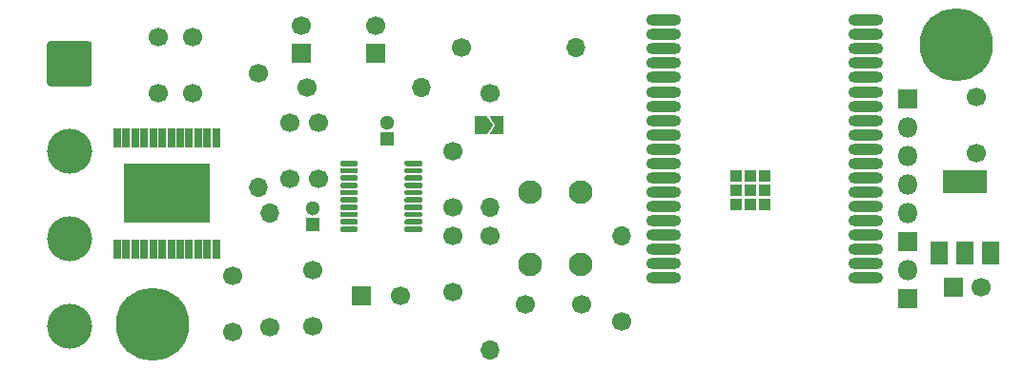
<source format=gbr>
%TF.GenerationSoftware,KiCad,Pcbnew,5.1.6-c6e7f7d~87~ubuntu20.04.1*%
%TF.CreationDate,2021-01-23T09:42:22-03:00*%
%TF.ProjectId,Modulo-completo,4d6f6475-6c6f-42d6-936f-6d706c65746f,rev?*%
%TF.SameCoordinates,Original*%
%TF.FileFunction,Soldermask,Bot*%
%TF.FilePolarity,Negative*%
%FSLAX46Y46*%
G04 Gerber Fmt 4.6, Leading zero omitted, Abs format (unit mm)*
G04 Created by KiCad (PCBNEW 5.1.6-c6e7f7d~87~ubuntu20.04.1) date 2021-01-23 09:42:22*
%MOMM*%
%LPD*%
G01*
G04 APERTURE LIST*
%ADD10R,0.700000X1.800000*%
%ADD11R,7.600000X5.300000*%
%ADD12O,1.800000X1.800000*%
%ADD13R,1.800000X1.800000*%
%ADD14C,6.500000*%
%ADD15C,1.700000*%
%ADD16R,1.700000X1.700000*%
%ADD17C,4.000000*%
%ADD18R,1.600000X2.100000*%
%ADD19R,3.900000X2.100000*%
%ADD20O,1.700000X1.700000*%
%ADD21C,0.100000*%
%ADD22C,1.300000*%
%ADD23R,1.300000X1.300000*%
%ADD24O,3.100000X1.000000*%
%ADD25R,1.100000X1.100000*%
%ADD26C,2.100000*%
G04 APERTURE END LIST*
D10*
%TO.C,U1*%
X30398000Y-140314500D03*
X31198000Y-140314500D03*
X31998000Y-140314500D03*
X32798000Y-140314500D03*
X33598000Y-140314500D03*
X34398000Y-140314500D03*
X35198000Y-140314500D03*
X35998000Y-140314500D03*
X36798000Y-140314500D03*
X37598000Y-140314500D03*
X38398000Y-140314500D03*
X39198000Y-140314500D03*
X39198000Y-130449500D03*
X38398000Y-130449500D03*
X37598000Y-130449500D03*
X36798000Y-130449500D03*
X35998000Y-130449500D03*
X35198000Y-130449500D03*
X34398000Y-130449500D03*
X33598000Y-130449500D03*
X32798000Y-130449500D03*
X31998000Y-130449500D03*
X31198000Y-130449500D03*
D11*
X34798000Y-135382000D03*
D10*
X30398000Y-130449500D03*
%TD*%
D12*
%TO.C,J1*%
X100584000Y-142240000D03*
D13*
X100584000Y-144780000D03*
%TD*%
D14*
%TO.C,REF\u002A\u002A*%
X104902000Y-122174000D03*
%TD*%
%TO.C,REF\u002A\u002A*%
X33528000Y-147066000D03*
%TD*%
D15*
%TO.C,C8*%
X55570000Y-144526000D03*
D16*
X52070000Y-144526000D03*
%TD*%
D15*
%TO.C,C2*%
X34036000Y-121492000D03*
X34036000Y-126492000D03*
%TD*%
%TO.C,C1*%
X107148000Y-143764000D03*
D16*
X104648000Y-143764000D03*
%TD*%
D12*
%TO.C,J3*%
X100584000Y-132080000D03*
X100584000Y-134620000D03*
X100584000Y-137160000D03*
D13*
X100584000Y-139700000D03*
%TD*%
D17*
%TO.C,J2*%
X26162000Y-147246000D03*
X26162000Y-139446000D03*
X26162000Y-131646000D03*
G36*
G01*
X24418411Y-121846000D02*
X27905589Y-121846000D01*
G75*
G02*
X28162000Y-122102411I0J-256411D01*
G01*
X28162000Y-125589589D01*
G75*
G02*
X27905589Y-125846000I-256411J0D01*
G01*
X24418411Y-125846000D01*
G75*
G02*
X24162000Y-125589589I0J256411D01*
G01*
X24162000Y-122102411D01*
G75*
G02*
X24418411Y-121846000I256411J0D01*
G01*
G37*
%TD*%
%TO.C,U4*%
G36*
G01*
X55923000Y-138686000D02*
X55923000Y-138436000D01*
G75*
G02*
X56048000Y-138311000I125000J0D01*
G01*
X57373000Y-138311000D01*
G75*
G02*
X57498000Y-138436000I0J-125000D01*
G01*
X57498000Y-138686000D01*
G75*
G02*
X57373000Y-138811000I-125000J0D01*
G01*
X56048000Y-138811000D01*
G75*
G02*
X55923000Y-138686000I0J125000D01*
G01*
G37*
G36*
G01*
X55923000Y-138036000D02*
X55923000Y-137786000D01*
G75*
G02*
X56048000Y-137661000I125000J0D01*
G01*
X57373000Y-137661000D01*
G75*
G02*
X57498000Y-137786000I0J-125000D01*
G01*
X57498000Y-138036000D01*
G75*
G02*
X57373000Y-138161000I-125000J0D01*
G01*
X56048000Y-138161000D01*
G75*
G02*
X55923000Y-138036000I0J125000D01*
G01*
G37*
G36*
G01*
X55923000Y-137386000D02*
X55923000Y-137136000D01*
G75*
G02*
X56048000Y-137011000I125000J0D01*
G01*
X57373000Y-137011000D01*
G75*
G02*
X57498000Y-137136000I0J-125000D01*
G01*
X57498000Y-137386000D01*
G75*
G02*
X57373000Y-137511000I-125000J0D01*
G01*
X56048000Y-137511000D01*
G75*
G02*
X55923000Y-137386000I0J125000D01*
G01*
G37*
G36*
G01*
X55923000Y-136736000D02*
X55923000Y-136486000D01*
G75*
G02*
X56048000Y-136361000I125000J0D01*
G01*
X57373000Y-136361000D01*
G75*
G02*
X57498000Y-136486000I0J-125000D01*
G01*
X57498000Y-136736000D01*
G75*
G02*
X57373000Y-136861000I-125000J0D01*
G01*
X56048000Y-136861000D01*
G75*
G02*
X55923000Y-136736000I0J125000D01*
G01*
G37*
G36*
G01*
X55923000Y-136086000D02*
X55923000Y-135836000D01*
G75*
G02*
X56048000Y-135711000I125000J0D01*
G01*
X57373000Y-135711000D01*
G75*
G02*
X57498000Y-135836000I0J-125000D01*
G01*
X57498000Y-136086000D01*
G75*
G02*
X57373000Y-136211000I-125000J0D01*
G01*
X56048000Y-136211000D01*
G75*
G02*
X55923000Y-136086000I0J125000D01*
G01*
G37*
G36*
G01*
X55923000Y-135436000D02*
X55923000Y-135186000D01*
G75*
G02*
X56048000Y-135061000I125000J0D01*
G01*
X57373000Y-135061000D01*
G75*
G02*
X57498000Y-135186000I0J-125000D01*
G01*
X57498000Y-135436000D01*
G75*
G02*
X57373000Y-135561000I-125000J0D01*
G01*
X56048000Y-135561000D01*
G75*
G02*
X55923000Y-135436000I0J125000D01*
G01*
G37*
G36*
G01*
X55923000Y-134786000D02*
X55923000Y-134536000D01*
G75*
G02*
X56048000Y-134411000I125000J0D01*
G01*
X57373000Y-134411000D01*
G75*
G02*
X57498000Y-134536000I0J-125000D01*
G01*
X57498000Y-134786000D01*
G75*
G02*
X57373000Y-134911000I-125000J0D01*
G01*
X56048000Y-134911000D01*
G75*
G02*
X55923000Y-134786000I0J125000D01*
G01*
G37*
G36*
G01*
X55923000Y-134136000D02*
X55923000Y-133886000D01*
G75*
G02*
X56048000Y-133761000I125000J0D01*
G01*
X57373000Y-133761000D01*
G75*
G02*
X57498000Y-133886000I0J-125000D01*
G01*
X57498000Y-134136000D01*
G75*
G02*
X57373000Y-134261000I-125000J0D01*
G01*
X56048000Y-134261000D01*
G75*
G02*
X55923000Y-134136000I0J125000D01*
G01*
G37*
G36*
G01*
X55923000Y-133486000D02*
X55923000Y-133236000D01*
G75*
G02*
X56048000Y-133111000I125000J0D01*
G01*
X57373000Y-133111000D01*
G75*
G02*
X57498000Y-133236000I0J-125000D01*
G01*
X57498000Y-133486000D01*
G75*
G02*
X57373000Y-133611000I-125000J0D01*
G01*
X56048000Y-133611000D01*
G75*
G02*
X55923000Y-133486000I0J125000D01*
G01*
G37*
G36*
G01*
X55923000Y-132836000D02*
X55923000Y-132586000D01*
G75*
G02*
X56048000Y-132461000I125000J0D01*
G01*
X57373000Y-132461000D01*
G75*
G02*
X57498000Y-132586000I0J-125000D01*
G01*
X57498000Y-132836000D01*
G75*
G02*
X57373000Y-132961000I-125000J0D01*
G01*
X56048000Y-132961000D01*
G75*
G02*
X55923000Y-132836000I0J125000D01*
G01*
G37*
G36*
G01*
X50198000Y-132836000D02*
X50198000Y-132586000D01*
G75*
G02*
X50323000Y-132461000I125000J0D01*
G01*
X51648000Y-132461000D01*
G75*
G02*
X51773000Y-132586000I0J-125000D01*
G01*
X51773000Y-132836000D01*
G75*
G02*
X51648000Y-132961000I-125000J0D01*
G01*
X50323000Y-132961000D01*
G75*
G02*
X50198000Y-132836000I0J125000D01*
G01*
G37*
G36*
G01*
X50198000Y-133486000D02*
X50198000Y-133236000D01*
G75*
G02*
X50323000Y-133111000I125000J0D01*
G01*
X51648000Y-133111000D01*
G75*
G02*
X51773000Y-133236000I0J-125000D01*
G01*
X51773000Y-133486000D01*
G75*
G02*
X51648000Y-133611000I-125000J0D01*
G01*
X50323000Y-133611000D01*
G75*
G02*
X50198000Y-133486000I0J125000D01*
G01*
G37*
G36*
G01*
X50198000Y-134136000D02*
X50198000Y-133886000D01*
G75*
G02*
X50323000Y-133761000I125000J0D01*
G01*
X51648000Y-133761000D01*
G75*
G02*
X51773000Y-133886000I0J-125000D01*
G01*
X51773000Y-134136000D01*
G75*
G02*
X51648000Y-134261000I-125000J0D01*
G01*
X50323000Y-134261000D01*
G75*
G02*
X50198000Y-134136000I0J125000D01*
G01*
G37*
G36*
G01*
X50198000Y-134786000D02*
X50198000Y-134536000D01*
G75*
G02*
X50323000Y-134411000I125000J0D01*
G01*
X51648000Y-134411000D01*
G75*
G02*
X51773000Y-134536000I0J-125000D01*
G01*
X51773000Y-134786000D01*
G75*
G02*
X51648000Y-134911000I-125000J0D01*
G01*
X50323000Y-134911000D01*
G75*
G02*
X50198000Y-134786000I0J125000D01*
G01*
G37*
G36*
G01*
X50198000Y-135436000D02*
X50198000Y-135186000D01*
G75*
G02*
X50323000Y-135061000I125000J0D01*
G01*
X51648000Y-135061000D01*
G75*
G02*
X51773000Y-135186000I0J-125000D01*
G01*
X51773000Y-135436000D01*
G75*
G02*
X51648000Y-135561000I-125000J0D01*
G01*
X50323000Y-135561000D01*
G75*
G02*
X50198000Y-135436000I0J125000D01*
G01*
G37*
G36*
G01*
X50198000Y-136086000D02*
X50198000Y-135836000D01*
G75*
G02*
X50323000Y-135711000I125000J0D01*
G01*
X51648000Y-135711000D01*
G75*
G02*
X51773000Y-135836000I0J-125000D01*
G01*
X51773000Y-136086000D01*
G75*
G02*
X51648000Y-136211000I-125000J0D01*
G01*
X50323000Y-136211000D01*
G75*
G02*
X50198000Y-136086000I0J125000D01*
G01*
G37*
G36*
G01*
X50198000Y-136736000D02*
X50198000Y-136486000D01*
G75*
G02*
X50323000Y-136361000I125000J0D01*
G01*
X51648000Y-136361000D01*
G75*
G02*
X51773000Y-136486000I0J-125000D01*
G01*
X51773000Y-136736000D01*
G75*
G02*
X51648000Y-136861000I-125000J0D01*
G01*
X50323000Y-136861000D01*
G75*
G02*
X50198000Y-136736000I0J125000D01*
G01*
G37*
G36*
G01*
X50198000Y-137386000D02*
X50198000Y-137136000D01*
G75*
G02*
X50323000Y-137011000I125000J0D01*
G01*
X51648000Y-137011000D01*
G75*
G02*
X51773000Y-137136000I0J-125000D01*
G01*
X51773000Y-137386000D01*
G75*
G02*
X51648000Y-137511000I-125000J0D01*
G01*
X50323000Y-137511000D01*
G75*
G02*
X50198000Y-137386000I0J125000D01*
G01*
G37*
G36*
G01*
X50198000Y-138036000D02*
X50198000Y-137786000D01*
G75*
G02*
X50323000Y-137661000I125000J0D01*
G01*
X51648000Y-137661000D01*
G75*
G02*
X51773000Y-137786000I0J-125000D01*
G01*
X51773000Y-138036000D01*
G75*
G02*
X51648000Y-138161000I-125000J0D01*
G01*
X50323000Y-138161000D01*
G75*
G02*
X50198000Y-138036000I0J125000D01*
G01*
G37*
G36*
G01*
X50198000Y-138686000D02*
X50198000Y-138436000D01*
G75*
G02*
X50323000Y-138311000I125000J0D01*
G01*
X51648000Y-138311000D01*
G75*
G02*
X51773000Y-138436000I0J-125000D01*
G01*
X51773000Y-138686000D01*
G75*
G02*
X51648000Y-138811000I-125000J0D01*
G01*
X50323000Y-138811000D01*
G75*
G02*
X50198000Y-138686000I0J125000D01*
G01*
G37*
%TD*%
D18*
%TO.C,U3*%
X107964000Y-140666000D03*
X103364000Y-140666000D03*
X105664000Y-140666000D03*
D19*
X105664000Y-134366000D03*
%TD*%
D20*
%TO.C,R7*%
X63500000Y-136652000D03*
D15*
X63500000Y-126492000D03*
%TD*%
D20*
%TO.C,R6*%
X63500000Y-149352000D03*
D15*
X63500000Y-139192000D03*
%TD*%
D20*
%TO.C,R5*%
X42926000Y-134874000D03*
D15*
X42926000Y-124714000D03*
%TD*%
D20*
%TO.C,R4*%
X43942000Y-137160000D03*
D15*
X43942000Y-147320000D03*
%TD*%
D21*
%TO.C,JP2*%
G36*
X63247755Y-128523961D02*
G01*
X63257134Y-128526806D01*
X63265779Y-128531427D01*
X63273355Y-128537645D01*
X63279603Y-128545265D01*
X63779603Y-129295265D01*
X63784214Y-129303914D01*
X63787049Y-129313297D01*
X63788000Y-129323052D01*
X63787029Y-129332806D01*
X63784174Y-129342182D01*
X63779603Y-129350735D01*
X63279603Y-130100735D01*
X63273392Y-130108318D01*
X63265822Y-130114544D01*
X63257182Y-130119174D01*
X63247806Y-130122029D01*
X63238000Y-130123000D01*
X62238000Y-130123000D01*
X62228245Y-130122039D01*
X62218866Y-130119194D01*
X62210221Y-130114573D01*
X62202645Y-130108355D01*
X62196427Y-130100779D01*
X62191806Y-130092134D01*
X62188961Y-130082755D01*
X62188000Y-130073000D01*
X62188000Y-128573000D01*
X62188961Y-128563245D01*
X62191806Y-128553866D01*
X62196427Y-128545221D01*
X62202645Y-128537645D01*
X62210221Y-128531427D01*
X62218866Y-128526806D01*
X62228245Y-128523961D01*
X62238000Y-128523000D01*
X63238000Y-128523000D01*
X63247755Y-128523961D01*
G37*
G36*
X64697755Y-128523961D02*
G01*
X64707134Y-128526806D01*
X64715779Y-128531427D01*
X64723355Y-128537645D01*
X64729573Y-128545221D01*
X64734194Y-128553866D01*
X64737039Y-128563245D01*
X64738000Y-128573000D01*
X64738000Y-130073000D01*
X64737039Y-130082755D01*
X64734194Y-130092134D01*
X64729573Y-130100779D01*
X64723355Y-130108355D01*
X64715779Y-130114573D01*
X64707134Y-130119194D01*
X64697755Y-130122039D01*
X64688000Y-130123000D01*
X63538000Y-130123000D01*
X63528245Y-130122039D01*
X63518866Y-130119194D01*
X63510221Y-130114573D01*
X63502645Y-130108355D01*
X63496427Y-130100779D01*
X63491806Y-130092134D01*
X63488961Y-130082755D01*
X63488000Y-130073000D01*
X63488961Y-130063245D01*
X63491806Y-130053866D01*
X63496397Y-130045265D01*
X63977907Y-129323000D01*
X63496397Y-128600735D01*
X63491786Y-128592086D01*
X63488951Y-128582703D01*
X63488000Y-128572948D01*
X63488971Y-128563194D01*
X63491826Y-128553818D01*
X63496456Y-128545178D01*
X63502682Y-128537608D01*
X63510265Y-128531397D01*
X63518914Y-128526786D01*
X63528297Y-128523951D01*
X63538000Y-128523000D01*
X64688000Y-128523000D01*
X64697755Y-128523961D01*
G37*
%TD*%
D15*
%TO.C,C18*%
X60198000Y-131652000D03*
X60198000Y-136652000D03*
%TD*%
%TO.C,C17*%
X45720000Y-129112000D03*
X45720000Y-134112000D03*
%TD*%
%TO.C,C15*%
X60198000Y-144192000D03*
X60198000Y-139192000D03*
%TD*%
%TO.C,C14*%
X48260000Y-129112000D03*
X48260000Y-134112000D03*
%TD*%
%TO.C,C13*%
X47752000Y-147240000D03*
X47752000Y-142240000D03*
%TD*%
D22*
%TO.C,C12*%
X54356000Y-129056000D03*
D23*
X54356000Y-130556000D03*
%TD*%
D22*
%TO.C,C11*%
X47752000Y-136676000D03*
D23*
X47752000Y-138176000D03*
%TD*%
D24*
%TO.C,U2*%
X96914000Y-142854000D03*
X96914000Y-141584000D03*
X96914000Y-140314000D03*
X96914000Y-139044000D03*
X96914000Y-137774000D03*
X96914000Y-136504000D03*
X96914000Y-135234000D03*
X96914000Y-133964000D03*
X96914000Y-132694000D03*
X96914000Y-131424000D03*
X96914000Y-130154000D03*
X96914000Y-128884000D03*
X96914000Y-127614000D03*
X96914000Y-126344000D03*
X96884000Y-125044000D03*
X96884000Y-123774000D03*
X96884000Y-122504000D03*
X96884000Y-121234000D03*
X96884000Y-119964000D03*
X78884000Y-119964000D03*
X78884000Y-121234000D03*
X78884000Y-122504000D03*
X78884000Y-123774000D03*
X78884000Y-125044000D03*
X78884000Y-126344000D03*
X78884000Y-127614000D03*
X78884000Y-128884000D03*
X78884000Y-130154000D03*
X78884000Y-131424000D03*
X78884000Y-132694000D03*
X78884000Y-133964000D03*
X78884000Y-135234000D03*
X78884000Y-136504000D03*
X78884000Y-137774000D03*
X78884000Y-139044000D03*
X78884000Y-140314000D03*
X78884000Y-141584000D03*
X78884000Y-142854000D03*
D25*
X87884000Y-136398000D03*
X86614000Y-136398000D03*
X85344000Y-136398000D03*
X85344000Y-135128000D03*
X86614000Y-135128000D03*
X87884000Y-135128000D03*
X87884000Y-133858000D03*
X86614000Y-133858000D03*
X85344000Y-133858000D03*
%TD*%
D26*
%TO.C,SW1*%
X67056000Y-135232000D03*
X71556000Y-135232000D03*
X67056000Y-141732000D03*
X71556000Y-141732000D03*
%TD*%
D20*
%TO.C,R3*%
X75184000Y-139192000D03*
D15*
X75184000Y-146812000D03*
%TD*%
D20*
%TO.C,R2*%
X71120000Y-122428000D03*
D15*
X60960000Y-122428000D03*
%TD*%
D20*
%TO.C,R1*%
X57404000Y-125984000D03*
D15*
X47244000Y-125984000D03*
%TD*%
D12*
%TO.C,JP1*%
X100584000Y-129540000D03*
D13*
X100584000Y-127000000D03*
%TD*%
D15*
%TO.C,C10*%
X66628000Y-145288000D03*
X71628000Y-145288000D03*
%TD*%
%TO.C,C7*%
X106680000Y-126826000D03*
X106680000Y-131826000D03*
%TD*%
%TO.C,C6*%
X53340000Y-120436000D03*
D16*
X53340000Y-122936000D03*
%TD*%
D15*
%TO.C,C5*%
X40640000Y-147748000D03*
X40640000Y-142748000D03*
%TD*%
%TO.C,C4*%
X37084000Y-121492000D03*
X37084000Y-126492000D03*
%TD*%
%TO.C,C3*%
X46736000Y-120436000D03*
D16*
X46736000Y-122936000D03*
%TD*%
M02*

</source>
